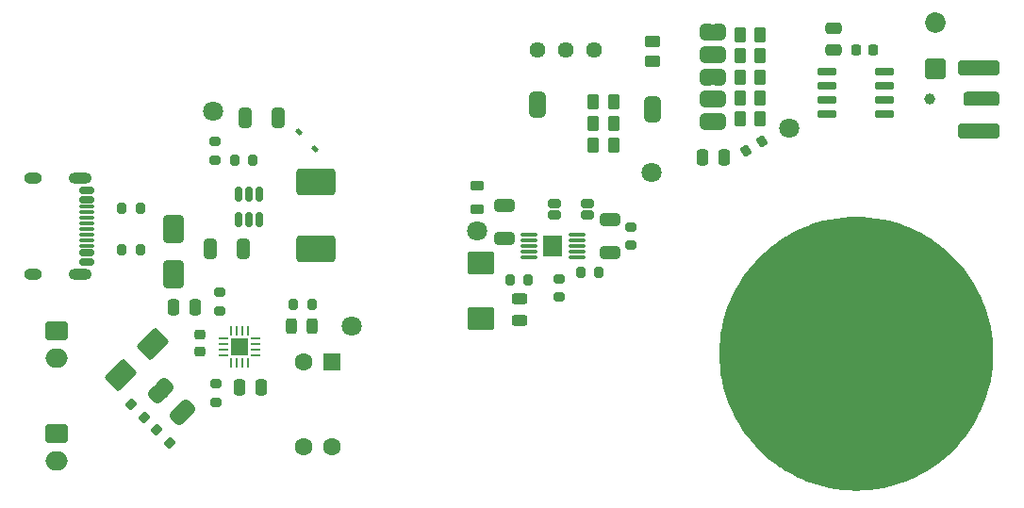
<source format=gbr>
%TF.GenerationSoftware,KiCad,Pcbnew,9.0.2*%
%TF.CreationDate,2025-08-30T01:58:34+06:00*%
%TF.ProjectId,lm399,6c6d3339-392e-46b6-9963-61645f706362,rev?*%
%TF.SameCoordinates,Original*%
%TF.FileFunction,Soldermask,Top*%
%TF.FilePolarity,Negative*%
%FSLAX46Y46*%
G04 Gerber Fmt 4.6, Leading zero omitted, Abs format (unit mm)*
G04 Created by KiCad (PCBNEW 9.0.2) date 2025-08-30 01:58:34*
%MOMM*%
%LPD*%
G01*
G04 APERTURE LIST*
G04 Aperture macros list*
%AMRoundRect*
0 Rectangle with rounded corners*
0 $1 Rounding radius*
0 $2 $3 $4 $5 $6 $7 $8 $9 X,Y pos of 4 corners*
0 Add a 4 corners polygon primitive as box body*
4,1,4,$2,$3,$4,$5,$6,$7,$8,$9,$2,$3,0*
0 Add four circle primitives for the rounded corners*
1,1,$1+$1,$2,$3*
1,1,$1+$1,$4,$5*
1,1,$1+$1,$6,$7*
1,1,$1+$1,$8,$9*
0 Add four rect primitives between the rounded corners*
20,1,$1+$1,$2,$3,$4,$5,0*
20,1,$1+$1,$4,$5,$6,$7,0*
20,1,$1+$1,$6,$7,$8,$9,0*
20,1,$1+$1,$8,$9,$2,$3,0*%
%AMFreePoly0*
4,1,23,0.500000,-0.750000,0.000000,-0.750000,0.000000,-0.745722,-0.065263,-0.745722,-0.191342,-0.711940,-0.304381,-0.646677,-0.396677,-0.554381,-0.461940,-0.441342,-0.495722,-0.315263,-0.495722,-0.250000,-0.500000,-0.250000,-0.500000,0.250000,-0.495722,0.250000,-0.495722,0.315263,-0.461940,0.441342,-0.396677,0.554381,-0.304381,0.646677,-0.191342,0.711940,-0.065263,0.745722,0.000000,0.745722,
0.000000,0.750000,0.500000,0.750000,0.500000,-0.750000,0.500000,-0.750000,$1*%
%AMFreePoly1*
4,1,23,0.000000,0.745722,0.065263,0.745722,0.191342,0.711940,0.304381,0.646677,0.396677,0.554381,0.461940,0.441342,0.495722,0.315263,0.495722,0.250000,0.500000,0.250000,0.500000,-0.250000,0.495722,-0.250000,0.495722,-0.315263,0.461940,-0.441342,0.396677,-0.554381,0.304381,-0.646677,0.191342,-0.711940,0.065263,-0.745722,0.000000,-0.745722,0.000000,-0.750000,-0.500000,-0.750000,
-0.500000,0.750000,0.000000,0.750000,0.000000,0.745722,0.000000,0.745722,$1*%
G04 Aperture macros list end*
%ADD10C,0.000000*%
%ADD11RoundRect,0.243750X0.456250X-0.243750X0.456250X0.243750X-0.456250X0.243750X-0.456250X-0.243750X0*%
%ADD12C,1.800000*%
%ADD13RoundRect,0.250000X0.650000X-0.325000X0.650000X0.325000X-0.650000X0.325000X-0.650000X-0.325000X0*%
%ADD14RoundRect,0.250000X-0.945000X0.785000X-0.945000X-0.785000X0.945000X-0.785000X0.945000X0.785000X0*%
%ADD15RoundRect,0.250000X-0.262500X-0.450000X0.262500X-0.450000X0.262500X0.450000X-0.262500X0.450000X0*%
%ADD16RoundRect,0.200000X-0.275000X0.200000X-0.275000X-0.200000X0.275000X-0.200000X0.275000X0.200000X0*%
%ADD17RoundRect,0.062500X0.062500X-0.375000X0.062500X0.375000X-0.062500X0.375000X-0.062500X-0.375000X0*%
%ADD18RoundRect,0.062500X0.375000X-0.062500X0.375000X0.062500X-0.375000X0.062500X-0.375000X-0.062500X0*%
%ADD19R,1.600000X1.600000*%
%ADD20FreePoly0,180.000000*%
%ADD21FreePoly1,180.000000*%
%ADD22RoundRect,0.200000X-0.335876X-0.053033X-0.053033X-0.335876X0.335876X0.053033X0.053033X0.335876X0*%
%ADD23FreePoly0,0.000000*%
%ADD24FreePoly1,0.000000*%
%ADD25RoundRect,0.200000X0.275000X-0.200000X0.275000X0.200000X-0.275000X0.200000X-0.275000X-0.200000X0*%
%ADD26RoundRect,0.250000X0.247487X1.166726X-1.166726X-0.247487X-0.247487X-1.166726X1.166726X0.247487X0*%
%ADD27RoundRect,0.250000X1.500000X-0.925000X1.500000X0.925000X-1.500000X0.925000X-1.500000X-0.925000X0*%
%ADD28RoundRect,0.218750X-0.381250X0.218750X-0.381250X-0.218750X0.381250X-0.218750X0.381250X0.218750X0*%
%ADD29RoundRect,0.200000X0.041601X0.337482X-0.308247X0.143558X-0.041601X-0.337482X0.308247X-0.143558X0*%
%ADD30FreePoly0,270.000000*%
%ADD31FreePoly1,270.000000*%
%ADD32RoundRect,0.250000X0.325000X0.650000X-0.325000X0.650000X-0.325000X-0.650000X0.325000X-0.650000X0*%
%ADD33RoundRect,0.200000X0.335876X0.053033X0.053033X0.335876X-0.335876X-0.053033X-0.053033X-0.335876X0*%
%ADD34C,1.000000*%
%ADD35O,1.200000X1.600000*%
%ADD36C,1.200000*%
%ADD37FreePoly0,90.000000*%
%ADD38FreePoly1,90.000000*%
%ADD39RoundRect,0.250000X0.262500X0.450000X-0.262500X0.450000X-0.262500X-0.450000X0.262500X-0.450000X0*%
%ADD40FreePoly0,45.000000*%
%ADD41FreePoly1,45.000000*%
%ADD42RoundRect,0.075000X-0.650000X-0.075000X0.650000X-0.075000X0.650000X0.075000X-0.650000X0.075000X0*%
%ADD43R,1.680000X1.880000*%
%ADD44RoundRect,0.225000X-0.225000X-0.250000X0.225000X-0.250000X0.225000X0.250000X-0.225000X0.250000X0*%
%ADD45RoundRect,0.250000X1.350000X-0.385000X1.350000X0.385000X-1.350000X0.385000X-1.350000X-0.385000X0*%
%ADD46RoundRect,0.250000X1.600000X-0.425000X1.600000X0.425000X-1.600000X0.425000X-1.600000X-0.425000X0*%
%ADD47RoundRect,0.150000X-0.500000X0.150000X-0.500000X-0.150000X0.500000X-0.150000X0.500000X0.150000X0*%
%ADD48RoundRect,0.075000X-0.575000X0.075000X-0.575000X-0.075000X0.575000X-0.075000X0.575000X0.075000X0*%
%ADD49O,2.100000X1.000000*%
%ADD50O,1.600000X1.000000*%
%ADD51RoundRect,0.200000X0.200000X0.275000X-0.200000X0.275000X-0.200000X-0.275000X0.200000X-0.275000X0*%
%ADD52RoundRect,0.225000X-0.250000X0.225000X-0.250000X-0.225000X0.250000X-0.225000X0.250000X0.225000X0*%
%ADD53RoundRect,0.200000X-0.035705X-0.338157X0.310705X-0.138157X0.035705X0.338157X-0.310705X0.138157X0*%
%ADD54RoundRect,0.250000X0.675000X-0.675000X0.675000X0.675000X-0.675000X0.675000X-0.675000X-0.675000X0*%
%ADD55C,1.850000*%
%ADD56RoundRect,0.250000X0.475000X-0.250000X0.475000X0.250000X-0.475000X0.250000X-0.475000X-0.250000X0*%
%ADD57RoundRect,0.150000X-0.150000X0.512500X-0.150000X-0.512500X0.150000X-0.512500X0.150000X0.512500X0*%
%ADD58RoundRect,0.200000X-0.200000X-0.275000X0.200000X-0.275000X0.200000X0.275000X-0.200000X0.275000X0*%
%ADD59RoundRect,0.250000X-0.550000X0.550000X-0.550000X-0.550000X0.550000X-0.550000X0.550000X0.550000X0*%
%ADD60C,1.600000*%
%ADD61RoundRect,0.150000X-0.725000X-0.150000X0.725000X-0.150000X0.725000X0.150000X-0.725000X0.150000X0*%
%ADD62C,1.440000*%
%ADD63RoundRect,0.243750X-0.243750X-0.456250X0.243750X-0.456250X0.243750X0.456250X-0.243750X0.456250X0*%
%ADD64RoundRect,0.250000X-0.750000X0.600000X-0.750000X-0.600000X0.750000X-0.600000X0.750000X0.600000X0*%
%ADD65O,2.000000X1.700000*%
%ADD66RoundRect,0.250000X0.650000X-1.000000X0.650000X1.000000X-0.650000X1.000000X-0.650000X-1.000000X0*%
%ADD67RoundRect,0.250000X-0.250000X-0.475000X0.250000X-0.475000X0.250000X0.475000X-0.250000X0.475000X0*%
%ADD68RoundRect,0.250000X0.250000X0.475000X-0.250000X0.475000X-0.250000X-0.475000X0.250000X-0.475000X0*%
%ADD69RoundRect,0.250000X-0.450000X0.262500X-0.450000X-0.262500X0.450000X-0.262500X0.450000X0.262500X0*%
%ADD70RoundRect,0.112500X-0.212132X0.053033X0.053033X-0.212132X0.212132X-0.053033X-0.053033X0.212132X0*%
%ADD71RoundRect,0.173913X0.401087X0.226087X-0.401087X0.226087X-0.401087X-0.226087X0.401087X-0.226087X0*%
G04 APERTURE END LIST*
%TO.C,JP7*%
G36*
X102100000Y-52100000D02*
G01*
X101800000Y-52100000D01*
X101800000Y-50600000D01*
X102100000Y-50600000D01*
X102100000Y-52100000D01*
G37*
%TO.C,JP5*%
G36*
X101800000Y-46600000D02*
G01*
X102100000Y-46600000D01*
X102100000Y-48100000D01*
X101800000Y-48100000D01*
X101800000Y-46600000D01*
G37*
%TO.C,JP9*%
G36*
X102100000Y-56100000D02*
G01*
X101800000Y-56100000D01*
X101800000Y-54600000D01*
X102100000Y-54600000D01*
X102100000Y-56100000D01*
G37*
%TO.C,JP3*%
G36*
X86950000Y-53700000D02*
G01*
X85450000Y-53700000D01*
X85450000Y-54000000D01*
X86950000Y-54000000D01*
X86950000Y-53700000D01*
G37*
%TO.C,JP4*%
G36*
X95750000Y-54400000D02*
G01*
X97250000Y-54400000D01*
X97250000Y-54100000D01*
X95750000Y-54100000D01*
X95750000Y-54400000D01*
G37*
D10*
%TO.C,JP1*%
G36*
X53036396Y-79974264D02*
G01*
X52824264Y-80186396D01*
X51763604Y-79125736D01*
X51975736Y-78913604D01*
X53036396Y-79974264D01*
G37*
%TO.C,JP6*%
G36*
X102100000Y-50100000D02*
G01*
X101800000Y-50100000D01*
X101800000Y-48600000D01*
X102100000Y-48600000D01*
X102100000Y-50100000D01*
G37*
%TO.C,JP2*%
G36*
X54936396Y-81874264D02*
G01*
X54724264Y-82086396D01*
X53663604Y-81025736D01*
X53875736Y-80813604D01*
X54936396Y-81874264D01*
G37*
%TO.C,JP8*%
G36*
X102100000Y-54100000D02*
G01*
X101800000Y-54100000D01*
X101800000Y-52600000D01*
X102100000Y-52600000D01*
X102100000Y-54100000D01*
G37*
%TD*%
D11*
%TO.C,D4*%
X84600000Y-71312500D03*
X84600000Y-73187500D03*
%TD*%
D12*
%TO.C,TP3*%
X80800000Y-65150000D03*
%TD*%
D13*
%TO.C,C4*%
X83200000Y-65825000D03*
X83200000Y-62875000D03*
%TD*%
D14*
%TO.C,C3*%
X81100000Y-68080000D03*
X81100000Y-73020000D03*
%TD*%
D15*
%TO.C,R18*%
X91200000Y-57450000D03*
X93025000Y-57450000D03*
%TD*%
D13*
%TO.C,C5*%
X92700000Y-67125000D03*
X92700000Y-64175000D03*
%TD*%
D16*
%TO.C,R7*%
X88150000Y-69475000D03*
X88150000Y-71125000D03*
%TD*%
D17*
%TO.C,U3*%
X58712500Y-77037500D03*
X59212500Y-77037500D03*
X59712500Y-77037500D03*
X60212500Y-77037500D03*
D18*
X60900000Y-76350000D03*
X60900000Y-75850000D03*
X60900000Y-75350000D03*
X60900000Y-74850000D03*
D17*
X60212500Y-74162500D03*
X59712500Y-74162500D03*
X59212500Y-74162500D03*
X58712500Y-74162500D03*
D18*
X58025000Y-74850000D03*
X58025000Y-75350000D03*
X58025000Y-75850000D03*
X58025000Y-76350000D03*
D19*
X59462500Y-75600000D03*
%TD*%
D20*
%TO.C,JP7*%
X102600000Y-51350000D03*
D21*
X101300000Y-51350000D03*
%TD*%
D22*
%TO.C,R10*%
X49716637Y-80766637D03*
X50883363Y-81933363D03*
%TD*%
D12*
%TO.C,TP5*%
X108800707Y-55950000D03*
%TD*%
D23*
%TO.C,JP5*%
X101300000Y-47350000D03*
D24*
X102600000Y-47350000D03*
%TD*%
D25*
%TO.C,R5*%
X94600000Y-66475000D03*
X94600000Y-64825000D03*
%TD*%
D26*
%TO.C,D2*%
X51614214Y-75335786D03*
X48785786Y-78164214D03*
%TD*%
D27*
%TO.C,L1*%
X66300000Y-66825000D03*
X66300000Y-60775000D03*
%TD*%
D28*
%TO.C,FB1*%
X80800000Y-61087500D03*
X80800000Y-63212500D03*
%TD*%
D20*
%TO.C,JP9*%
X102600000Y-55350000D03*
D21*
X101300000Y-55350000D03*
%TD*%
D29*
%TO.C,R15*%
X106321561Y-57150033D03*
X104878439Y-57949967D03*
%TD*%
D16*
%TO.C,R13*%
X57300000Y-78925000D03*
X57300000Y-80575000D03*
%TD*%
D12*
%TO.C,TP2*%
X57100000Y-54450000D03*
%TD*%
D30*
%TO.C,JP3*%
X86200000Y-53200000D03*
D31*
X86200000Y-54500000D03*
%TD*%
D32*
%TO.C,C1*%
X59775000Y-66800000D03*
X56825000Y-66800000D03*
%TD*%
D33*
%TO.C,R11*%
X53183363Y-84233363D03*
X52016637Y-83066637D03*
%TD*%
D34*
%TO.C,TP6*%
X121400000Y-53350000D03*
%TD*%
D35*
%TO.C,U4*%
X114800000Y-77490000D03*
D36*
X116070000Y-76220000D03*
X114800000Y-74950000D03*
X113530000Y-76220000D03*
%TD*%
D37*
%TO.C,JP4*%
X96500000Y-54900000D03*
D38*
X96500000Y-53600000D03*
%TD*%
D39*
%TO.C,R24*%
X106200000Y-55150000D03*
X104375000Y-55150000D03*
%TD*%
D40*
%TO.C,JP1*%
X51940381Y-80009619D03*
D41*
X52859619Y-79090381D03*
%TD*%
D15*
%TO.C,R16*%
X91187500Y-53550000D03*
X93012500Y-53550000D03*
%TD*%
%TO.C,R17*%
X91187500Y-55500000D03*
X93012500Y-55500000D03*
%TD*%
D42*
%TO.C,U2*%
X85430000Y-65520000D03*
X85430000Y-66020000D03*
X85430000Y-66520000D03*
X85430000Y-67020000D03*
X85430000Y-67520000D03*
X89730000Y-67520000D03*
X89730000Y-67020000D03*
X89730000Y-66520000D03*
X89730000Y-66020000D03*
X89730000Y-65520000D03*
D43*
X87580000Y-66520000D03*
%TD*%
D39*
%TO.C,R23*%
X106200000Y-53250000D03*
X104375000Y-53250000D03*
%TD*%
D44*
%TO.C,C12*%
X114825000Y-48950000D03*
X116375000Y-48950000D03*
%TD*%
D45*
%TO.C,J3*%
X126100000Y-53350000D03*
D46*
X125850000Y-50525000D03*
X125850000Y-56175000D03*
%TD*%
D47*
%TO.C,J1*%
X45745000Y-61550000D03*
X45745000Y-62350000D03*
D48*
X45745000Y-63500000D03*
X45745000Y-64500000D03*
X45745000Y-65000000D03*
X45745000Y-66000000D03*
D47*
X45745000Y-67150000D03*
X45745000Y-67950000D03*
X45745000Y-67950000D03*
X45745000Y-67150000D03*
D48*
X45745000Y-66500000D03*
X45745000Y-65500000D03*
X45745000Y-64000000D03*
X45745000Y-63000000D03*
D47*
X45745000Y-62350000D03*
X45745000Y-61550000D03*
D49*
X45105000Y-60430000D03*
D50*
X40925000Y-60430000D03*
D49*
X45105000Y-69070000D03*
D50*
X40925000Y-69070000D03*
%TD*%
D39*
%TO.C,R21*%
X106200000Y-49450000D03*
X104375000Y-49450000D03*
%TD*%
D12*
%TO.C,TP4*%
X96400000Y-59950000D03*
%TD*%
D51*
%TO.C,R6*%
X91725000Y-68950000D03*
X90075000Y-68950000D03*
%TD*%
D52*
%TO.C,C8*%
X55900000Y-74475000D03*
X55900000Y-76025000D03*
%TD*%
D53*
%TO.C,R14*%
X110685530Y-70762499D03*
X112114470Y-69937501D03*
%TD*%
D54*
%TO.C,J4*%
X121900000Y-50650000D03*
D55*
X121900000Y-46450000D03*
%TD*%
D56*
%TO.C,C11*%
X112800000Y-48900000D03*
X112800000Y-47000000D03*
%TD*%
D57*
%TO.C,U1*%
X61250000Y-61862500D03*
X60300000Y-61862500D03*
X59350000Y-61862500D03*
X59350000Y-64137500D03*
X60300000Y-64137500D03*
X61250000Y-64137500D03*
%TD*%
D12*
%TO.C,TP1*%
X69500000Y-73750000D03*
%TD*%
D51*
%TO.C,R8*%
X85375000Y-69550000D03*
X83725000Y-69550000D03*
%TD*%
D58*
%TO.C,R2*%
X48875000Y-63150000D03*
X50525000Y-63150000D03*
%TD*%
D20*
%TO.C,JP6*%
X102600000Y-49350000D03*
D21*
X101300000Y-49350000D03*
%TD*%
D59*
%TO.C,SW1*%
X67757500Y-76982500D03*
D60*
X65217500Y-76982500D03*
X65217500Y-84602500D03*
X67757500Y-84602500D03*
%TD*%
D61*
%TO.C,U5*%
X112225000Y-50845000D03*
X112225000Y-52115000D03*
X112225000Y-53385000D03*
X112225000Y-54655000D03*
X117375000Y-54655000D03*
X117375000Y-53385000D03*
X117375000Y-52115000D03*
X117375000Y-50845000D03*
%TD*%
D62*
%TO.C,RV1*%
X86220000Y-48950000D03*
X88760000Y-48950000D03*
X91300000Y-48950000D03*
%TD*%
D40*
%TO.C,JP2*%
X53840381Y-81909619D03*
D41*
X54759619Y-80990381D03*
%TD*%
D58*
%TO.C,R12*%
X64275000Y-71750000D03*
X65925000Y-71750000D03*
%TD*%
D63*
%TO.C,D5*%
X64062500Y-73700000D03*
X65937500Y-73700000D03*
%TD*%
D64*
%TO.C,J2*%
X43000000Y-74150000D03*
D65*
X43000000Y-76650000D03*
%TD*%
D66*
%TO.C,D1*%
X53500000Y-69050000D03*
X53500000Y-65050000D03*
%TD*%
D64*
%TO.C,J5*%
X43000000Y-83350000D03*
D65*
X43000000Y-85850000D03*
%TD*%
D25*
%TO.C,R4*%
X57200000Y-58825000D03*
X57200000Y-57175000D03*
%TD*%
D32*
%TO.C,C2*%
X62875000Y-55050000D03*
X59925000Y-55050000D03*
%TD*%
D67*
%TO.C,C7*%
X53550000Y-72050000D03*
X55450000Y-72050000D03*
%TD*%
D68*
%TO.C,C10*%
X102950000Y-58550000D03*
X101050000Y-58550000D03*
%TD*%
D58*
%TO.C,R1*%
X48875000Y-66850000D03*
X50525000Y-66850000D03*
%TD*%
D20*
%TO.C,JP8*%
X102600000Y-53350000D03*
D21*
X101300000Y-53350000D03*
%TD*%
D69*
%TO.C,R19*%
X96500000Y-48137500D03*
X96500000Y-49962500D03*
%TD*%
D25*
%TO.C,R9*%
X57700000Y-72375000D03*
X57700000Y-70725000D03*
%TD*%
D39*
%TO.C,R22*%
X106200000Y-51350000D03*
X104375000Y-51350000D03*
%TD*%
D67*
%TO.C,C9*%
X59450000Y-79250000D03*
X61350000Y-79250000D03*
%TD*%
D70*
%TO.C,D3*%
X64757538Y-56307538D03*
X66242462Y-57792462D03*
%TD*%
D71*
%TO.C,C6*%
X90675000Y-63750000D03*
X90675000Y-62750000D03*
X87700000Y-63750000D03*
X87700000Y-62750000D03*
%TD*%
D39*
%TO.C,R20*%
X106212500Y-47550000D03*
X104387500Y-47550000D03*
%TD*%
D58*
%TO.C,R3*%
X58975000Y-58800000D03*
X60625000Y-58800000D03*
%TD*%
G36*
X115428176Y-63928237D02*
G01*
X115434255Y-63928536D01*
X116030263Y-63972500D01*
X116036320Y-63973097D01*
X116629443Y-64046252D01*
X116635463Y-64047145D01*
X117224284Y-64149316D01*
X117230253Y-64150503D01*
X117813368Y-64281445D01*
X117819272Y-64282924D01*
X118395234Y-64442314D01*
X118401059Y-64444081D01*
X118968542Y-64631552D01*
X118974272Y-64633602D01*
X119531843Y-64848681D01*
X119537466Y-64851010D01*
X120083819Y-65093192D01*
X120089321Y-65095794D01*
X120623144Y-65364498D01*
X120628511Y-65367367D01*
X121148488Y-65661931D01*
X121153709Y-65665060D01*
X121658621Y-65984791D01*
X121663681Y-65988173D01*
X122152292Y-66332292D01*
X122157181Y-66335917D01*
X122628324Y-66703600D01*
X122633029Y-66707461D01*
X123085543Y-67097803D01*
X123090052Y-67101890D01*
X123522888Y-67513983D01*
X123527192Y-67518287D01*
X123939285Y-67951123D01*
X123943372Y-67955632D01*
X124333714Y-68408146D01*
X124337575Y-68412851D01*
X124705258Y-68883994D01*
X124708883Y-68888883D01*
X125053002Y-69377494D01*
X125056384Y-69382554D01*
X125376115Y-69887466D01*
X125379244Y-69892687D01*
X125673808Y-70412664D01*
X125676677Y-70418031D01*
X125945381Y-70951854D01*
X125947983Y-70957356D01*
X126190165Y-71503709D01*
X126192494Y-71509332D01*
X126407573Y-72066903D01*
X126409623Y-72072633D01*
X126597094Y-72640116D01*
X126598861Y-72645941D01*
X126758251Y-73221903D01*
X126759730Y-73227807D01*
X126890672Y-73810922D01*
X126891859Y-73816891D01*
X126994030Y-74405712D01*
X126994923Y-74411732D01*
X127068078Y-75004855D01*
X127068675Y-75010912D01*
X127112639Y-75606920D01*
X127112938Y-75612999D01*
X127127605Y-76210453D01*
X127127605Y-76216539D01*
X127112938Y-76813992D01*
X127112639Y-76820071D01*
X127068675Y-77416079D01*
X127068078Y-77422136D01*
X126994923Y-78015259D01*
X126994030Y-78021279D01*
X126891859Y-78610100D01*
X126890672Y-78616069D01*
X126759730Y-79199184D01*
X126758251Y-79205088D01*
X126598861Y-79781050D01*
X126597094Y-79786875D01*
X126409623Y-80354358D01*
X126407573Y-80360088D01*
X126192494Y-80917659D01*
X126190165Y-80923282D01*
X125947983Y-81469635D01*
X125945381Y-81475137D01*
X125676677Y-82008960D01*
X125673808Y-82014327D01*
X125379244Y-82534304D01*
X125376115Y-82539525D01*
X125056384Y-83044437D01*
X125053002Y-83049497D01*
X124708883Y-83538108D01*
X124705258Y-83542997D01*
X124337575Y-84014140D01*
X124333714Y-84018845D01*
X123943372Y-84471359D01*
X123939285Y-84475868D01*
X123527192Y-84908704D01*
X123522888Y-84913008D01*
X123090052Y-85325101D01*
X123085543Y-85329188D01*
X122633029Y-85719530D01*
X122628324Y-85723391D01*
X122157181Y-86091074D01*
X122152292Y-86094699D01*
X121663681Y-86438818D01*
X121658621Y-86442200D01*
X121153709Y-86761931D01*
X121148488Y-86765060D01*
X120628511Y-87059624D01*
X120623144Y-87062493D01*
X120089321Y-87331197D01*
X120083819Y-87333799D01*
X119537466Y-87575981D01*
X119531843Y-87578310D01*
X118974272Y-87793389D01*
X118968542Y-87795439D01*
X118401059Y-87982910D01*
X118395234Y-87984677D01*
X117819272Y-88144067D01*
X117813368Y-88145546D01*
X117230253Y-88276488D01*
X117224284Y-88277675D01*
X116635463Y-88379846D01*
X116629443Y-88380739D01*
X116036320Y-88453894D01*
X116030263Y-88454491D01*
X115434255Y-88498455D01*
X115428176Y-88498754D01*
X114830723Y-88513421D01*
X114824637Y-88513421D01*
X114227183Y-88498754D01*
X114221104Y-88498455D01*
X113625096Y-88454491D01*
X113619039Y-88453894D01*
X113025916Y-88380739D01*
X113019896Y-88379846D01*
X112431075Y-88277675D01*
X112425106Y-88276488D01*
X111841991Y-88145546D01*
X111836087Y-88144067D01*
X111260125Y-87984677D01*
X111254300Y-87982910D01*
X110686817Y-87795439D01*
X110681087Y-87793389D01*
X110123516Y-87578310D01*
X110117893Y-87575981D01*
X109571540Y-87333799D01*
X109566038Y-87331197D01*
X109032215Y-87062493D01*
X109026848Y-87059624D01*
X108506871Y-86765060D01*
X108501650Y-86761931D01*
X107996738Y-86442200D01*
X107991678Y-86438818D01*
X107503067Y-86094699D01*
X107498178Y-86091074D01*
X107027035Y-85723391D01*
X107022330Y-85719530D01*
X106569816Y-85329188D01*
X106565307Y-85325101D01*
X106132471Y-84913008D01*
X106128167Y-84908704D01*
X105716074Y-84475868D01*
X105711987Y-84471359D01*
X105321645Y-84018845D01*
X105317784Y-84014140D01*
X104950101Y-83542997D01*
X104946476Y-83538108D01*
X104602357Y-83049497D01*
X104598975Y-83044437D01*
X104279244Y-82539525D01*
X104276115Y-82534304D01*
X103981551Y-82014327D01*
X103978682Y-82008960D01*
X103709978Y-81475137D01*
X103707376Y-81469635D01*
X103465194Y-80923282D01*
X103462865Y-80917659D01*
X103247786Y-80360088D01*
X103245736Y-80354358D01*
X103058265Y-79786875D01*
X103056498Y-79781050D01*
X102897108Y-79205088D01*
X102895629Y-79199184D01*
X102764687Y-78616069D01*
X102763500Y-78610100D01*
X102661329Y-78021279D01*
X102660436Y-78015259D01*
X102587281Y-77422136D01*
X102586684Y-77416079D01*
X102542720Y-76820071D01*
X102542421Y-76813992D01*
X102527754Y-76216539D01*
X102527754Y-76210453D01*
X102542421Y-75612999D01*
X102542720Y-75606920D01*
X102586684Y-75010912D01*
X102587281Y-75004855D01*
X102660436Y-74411732D01*
X102661329Y-74405712D01*
X102763500Y-73816891D01*
X102764687Y-73810922D01*
X102895629Y-73227807D01*
X102897108Y-73221903D01*
X103056498Y-72645941D01*
X103058265Y-72640116D01*
X103245736Y-72072633D01*
X103247786Y-72066903D01*
X103462865Y-71509332D01*
X103465194Y-71503709D01*
X103707376Y-70957356D01*
X103709978Y-70951854D01*
X103978682Y-70418031D01*
X103981551Y-70412664D01*
X104276115Y-69892687D01*
X104279244Y-69887466D01*
X104598975Y-69382554D01*
X104602357Y-69377494D01*
X104946476Y-68888883D01*
X104950101Y-68883994D01*
X105317784Y-68412851D01*
X105321645Y-68408146D01*
X105711987Y-67955632D01*
X105716074Y-67951123D01*
X106128167Y-67518287D01*
X106132471Y-67513983D01*
X106565307Y-67101890D01*
X106569816Y-67097803D01*
X107022330Y-66707461D01*
X107027035Y-66703600D01*
X107498178Y-66335917D01*
X107503067Y-66332292D01*
X107991678Y-65988173D01*
X107996738Y-65984791D01*
X108501650Y-65665060D01*
X108506871Y-65661931D01*
X109026848Y-65367367D01*
X109032215Y-65364498D01*
X109566038Y-65095794D01*
X109571540Y-65093192D01*
X110117893Y-64851010D01*
X110123516Y-64848681D01*
X110681087Y-64633602D01*
X110686817Y-64631552D01*
X111254300Y-64444081D01*
X111260125Y-64442314D01*
X111836087Y-64282924D01*
X111841991Y-64281445D01*
X112425106Y-64150503D01*
X112431075Y-64149316D01*
X113019896Y-64047145D01*
X113025916Y-64046252D01*
X113619039Y-63973097D01*
X113625096Y-63972500D01*
X114221104Y-63928536D01*
X114227183Y-63928237D01*
X114824637Y-63913570D01*
X114830723Y-63913570D01*
X115428176Y-63928237D01*
G37*
M02*

</source>
